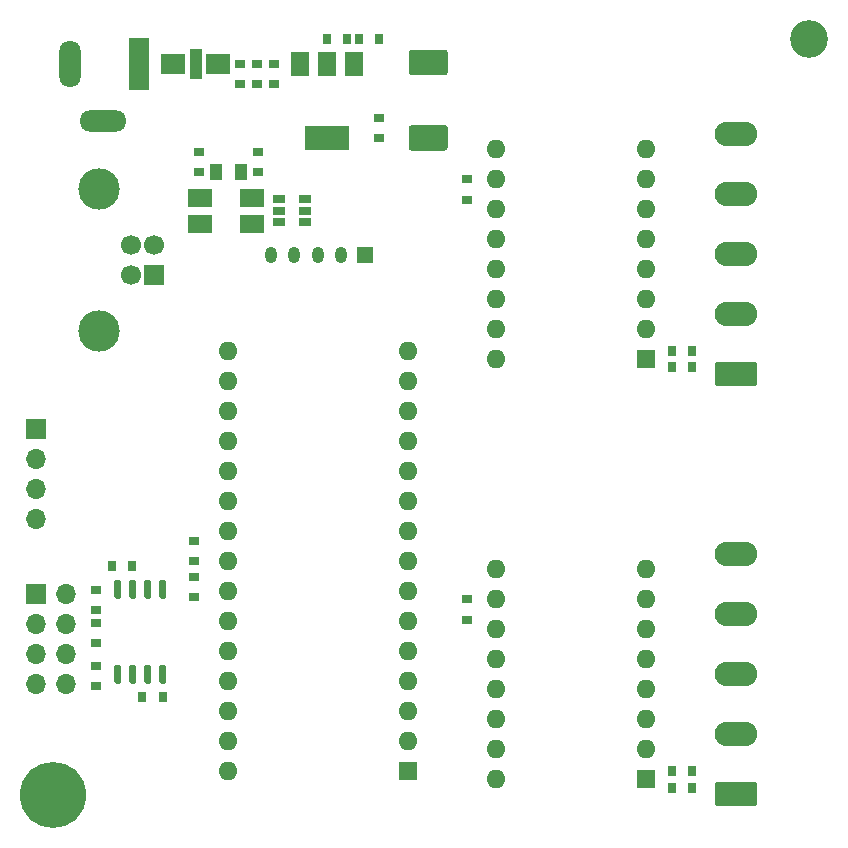
<source format=gbr>
%TF.GenerationSoftware,KiCad,Pcbnew,(5.1.10)-1*%
%TF.CreationDate,2021-10-11T18:25:39+02:00*%
%TF.ProjectId,KSIrotator,4b534972-6f74-4617-946f-722e6b696361,rev?*%
%TF.SameCoordinates,PX8f0d180PY5f5e100*%
%TF.FileFunction,Soldermask,Top*%
%TF.FilePolarity,Negative*%
%FSLAX46Y46*%
G04 Gerber Fmt 4.6, Leading zero omitted, Abs format (unit mm)*
G04 Created by KiCad (PCBNEW (5.1.10)-1) date 2021-10-11 18:25:39*
%MOMM*%
%LPD*%
G01*
G04 APERTURE LIST*
%ADD10C,3.200000*%
%ADD11C,5.600000*%
%ADD12O,1.700000X1.700000*%
%ADD13R,1.700000X1.700000*%
%ADD14R,0.800000X0.900000*%
%ADD15R,0.900000X0.800000*%
%ADD16O,1.000000X1.400000*%
%ADD17R,1.350000X1.350000*%
%ADD18R,1.000000X1.350000*%
%ADD19R,1.800000X4.400000*%
%ADD20O,1.800000X4.000000*%
%ADD21O,4.000000X1.800000*%
%ADD22O,3.600000X2.080000*%
%ADD23R,2.000000X1.550000*%
%ADD24R,1.500000X2.000000*%
%ADD25R,3.800000X2.000000*%
%ADD26R,2.000000X1.800000*%
%ADD27R,1.000000X2.500000*%
%ADD28C,3.500000*%
%ADD29C,1.700000*%
%ADD30R,1.060000X0.650000*%
%ADD31R,1.600000X1.600000*%
%ADD32O,1.600000X1.600000*%
G04 APERTURE END LIST*
D10*
%TO.C,H2*%
X32000000Y32000000D03*
%TD*%
D11*
%TO.C,H1*%
X-32000000Y-32000000D03*
%TD*%
D12*
%TO.C,J3*%
X-30960000Y-22620000D03*
X-33500000Y-22620000D03*
X-30960000Y-20080000D03*
X-33500000Y-20080000D03*
X-30960000Y-17540000D03*
X-33500000Y-17540000D03*
X-30960000Y-15000000D03*
D13*
X-33500000Y-15000000D03*
%TD*%
%TO.C,U3*%
G36*
G01*
X-22895000Y-21000000D02*
X-22595000Y-21000000D01*
G75*
G02*
X-22445000Y-21150000I0J-150000D01*
G01*
X-22445000Y-22450000D01*
G75*
G02*
X-22595000Y-22600000I-150000J0D01*
G01*
X-22895000Y-22600000D01*
G75*
G02*
X-23045000Y-22450000I0J150000D01*
G01*
X-23045000Y-21150000D01*
G75*
G02*
X-22895000Y-21000000I150000J0D01*
G01*
G37*
G36*
G01*
X-24165000Y-21000000D02*
X-23865000Y-21000000D01*
G75*
G02*
X-23715000Y-21150000I0J-150000D01*
G01*
X-23715000Y-22450000D01*
G75*
G02*
X-23865000Y-22600000I-150000J0D01*
G01*
X-24165000Y-22600000D01*
G75*
G02*
X-24315000Y-22450000I0J150000D01*
G01*
X-24315000Y-21150000D01*
G75*
G02*
X-24165000Y-21000000I150000J0D01*
G01*
G37*
G36*
G01*
X-25435000Y-21000000D02*
X-25135000Y-21000000D01*
G75*
G02*
X-24985000Y-21150000I0J-150000D01*
G01*
X-24985000Y-22450000D01*
G75*
G02*
X-25135000Y-22600000I-150000J0D01*
G01*
X-25435000Y-22600000D01*
G75*
G02*
X-25585000Y-22450000I0J150000D01*
G01*
X-25585000Y-21150000D01*
G75*
G02*
X-25435000Y-21000000I150000J0D01*
G01*
G37*
G36*
G01*
X-26705000Y-21000000D02*
X-26405000Y-21000000D01*
G75*
G02*
X-26255000Y-21150000I0J-150000D01*
G01*
X-26255000Y-22450000D01*
G75*
G02*
X-26405000Y-22600000I-150000J0D01*
G01*
X-26705000Y-22600000D01*
G75*
G02*
X-26855000Y-22450000I0J150000D01*
G01*
X-26855000Y-21150000D01*
G75*
G02*
X-26705000Y-21000000I150000J0D01*
G01*
G37*
G36*
G01*
X-26705000Y-13800000D02*
X-26405000Y-13800000D01*
G75*
G02*
X-26255000Y-13950000I0J-150000D01*
G01*
X-26255000Y-15250000D01*
G75*
G02*
X-26405000Y-15400000I-150000J0D01*
G01*
X-26705000Y-15400000D01*
G75*
G02*
X-26855000Y-15250000I0J150000D01*
G01*
X-26855000Y-13950000D01*
G75*
G02*
X-26705000Y-13800000I150000J0D01*
G01*
G37*
G36*
G01*
X-25435000Y-13800000D02*
X-25135000Y-13800000D01*
G75*
G02*
X-24985000Y-13950000I0J-150000D01*
G01*
X-24985000Y-15250000D01*
G75*
G02*
X-25135000Y-15400000I-150000J0D01*
G01*
X-25435000Y-15400000D01*
G75*
G02*
X-25585000Y-15250000I0J150000D01*
G01*
X-25585000Y-13950000D01*
G75*
G02*
X-25435000Y-13800000I150000J0D01*
G01*
G37*
G36*
G01*
X-24165000Y-13800000D02*
X-23865000Y-13800000D01*
G75*
G02*
X-23715000Y-13950000I0J-150000D01*
G01*
X-23715000Y-15250000D01*
G75*
G02*
X-23865000Y-15400000I-150000J0D01*
G01*
X-24165000Y-15400000D01*
G75*
G02*
X-24315000Y-15250000I0J150000D01*
G01*
X-24315000Y-13950000D01*
G75*
G02*
X-24165000Y-13800000I150000J0D01*
G01*
G37*
G36*
G01*
X-22895000Y-13800000D02*
X-22595000Y-13800000D01*
G75*
G02*
X-22445000Y-13950000I0J-150000D01*
G01*
X-22445000Y-15250000D01*
G75*
G02*
X-22595000Y-15400000I-150000J0D01*
G01*
X-22895000Y-15400000D01*
G75*
G02*
X-23045000Y-15250000I0J150000D01*
G01*
X-23045000Y-13950000D01*
G75*
G02*
X-22895000Y-13800000I150000J0D01*
G01*
G37*
%TD*%
D14*
%TO.C,R6*%
X-22750000Y-23700000D03*
X-24450000Y-23700000D03*
%TD*%
D15*
%TO.C,R5*%
X-28400000Y-19150000D03*
X-28400000Y-17450000D03*
%TD*%
%TO.C,R4*%
X-28400000Y-21100000D03*
X-28400000Y-22800000D03*
%TD*%
%TO.C,R3*%
X-28400000Y-14700000D03*
X-28400000Y-16400000D03*
%TD*%
%TO.C,R2*%
X-20100000Y-13550000D03*
X-20100000Y-15250000D03*
%TD*%
%TO.C,R1*%
X-20100000Y-10550000D03*
X-20100000Y-12250000D03*
%TD*%
D14*
%TO.C,C8*%
X-27000000Y-12600000D03*
X-25300000Y-12600000D03*
%TD*%
D12*
%TO.C,J2*%
X-33500000Y-8620000D03*
X-33500000Y-6080000D03*
X-33500000Y-3540000D03*
D13*
X-33500000Y-1000000D03*
%TD*%
D16*
%TO.C,J5*%
X-13600000Y13700000D03*
X-11600000Y13700000D03*
X-9600000Y13700000D03*
X-7600000Y13700000D03*
D17*
X-5600000Y13700000D03*
%TD*%
D14*
%TO.C,R8*%
X-6100000Y31950000D03*
X-4400000Y31950000D03*
%TD*%
%TO.C,R7*%
X-8850000Y31950000D03*
X-7150000Y31950000D03*
%TD*%
D15*
%TO.C,R10*%
X3000000Y-17169000D03*
X3000000Y-15469000D03*
%TD*%
%TO.C,R9*%
X3000000Y18391000D03*
X3000000Y20091000D03*
%TD*%
%TO.C,C4*%
X-14750000Y28200000D03*
X-14750000Y29900000D03*
%TD*%
%TO.C,C3*%
X-16200000Y28200000D03*
X-16200000Y29900000D03*
%TD*%
%TO.C,C6*%
X-4400000Y25300000D03*
X-4400000Y23600000D03*
%TD*%
%TO.C,C5*%
X-13350000Y28200000D03*
X-13350000Y29900000D03*
%TD*%
%TO.C,C2*%
X-14650000Y22450000D03*
X-14650000Y20750000D03*
%TD*%
%TO.C,C1*%
X-19700000Y20750000D03*
X-19700000Y22450000D03*
%TD*%
D14*
%TO.C,C15*%
X22050000Y-30000000D03*
X20350000Y-30000000D03*
%TD*%
%TO.C,C14*%
X22050000Y-31400000D03*
X20350000Y-31400000D03*
%TD*%
%TO.C,C10*%
X22050000Y5600000D03*
X20350000Y5600000D03*
%TD*%
%TO.C,C9*%
X22050000Y4200000D03*
X20350000Y4200000D03*
%TD*%
D18*
%TO.C,L1*%
X-18208000Y20752000D03*
X-16108000Y20752000D03*
%TD*%
D19*
%TO.C,J4*%
X-24772000Y29850000D03*
D20*
X-30572000Y29850000D03*
D21*
X-27772000Y25050000D03*
%TD*%
%TO.C,C7*%
G36*
G01*
X1149999Y28900000D02*
X-1649999Y28900000D01*
G75*
G02*
X-1900000Y29150001I0J250001D01*
G01*
X-1900000Y30824999D01*
G75*
G02*
X-1649999Y31075000I250001J0D01*
G01*
X1149999Y31075000D01*
G75*
G02*
X1400000Y30824999I0J-250001D01*
G01*
X1400000Y29150001D01*
G75*
G02*
X1149999Y28900000I-250001J0D01*
G01*
G37*
G36*
G01*
X1149999Y22525000D02*
X-1649999Y22525000D01*
G75*
G02*
X-1900000Y22775001I0J250001D01*
G01*
X-1900000Y24449999D01*
G75*
G02*
X-1649999Y24700000I250001J0D01*
G01*
X1149999Y24700000D01*
G75*
G02*
X1400000Y24449999I0J-250001D01*
G01*
X1400000Y22775001D01*
G75*
G02*
X1149999Y22525000I-250001J0D01*
G01*
G37*
%TD*%
%TO.C,J7*%
G36*
G01*
X27350001Y-32980000D02*
X24249999Y-32980000D01*
G75*
G02*
X24000000Y-32730001I0J249999D01*
G01*
X24000000Y-31149999D01*
G75*
G02*
X24249999Y-30900000I249999J0D01*
G01*
X27350001Y-30900000D01*
G75*
G02*
X27600000Y-31149999I0J-249999D01*
G01*
X27600000Y-32730001D01*
G75*
G02*
X27350001Y-32980000I-249999J0D01*
G01*
G37*
D22*
X25800000Y-26860000D03*
X25800000Y-21780000D03*
X25800000Y-16700000D03*
X25800000Y-11620000D03*
%TD*%
%TO.C,J6*%
G36*
G01*
X27350001Y2580000D02*
X24249999Y2580000D01*
G75*
G02*
X24000000Y2829999I0J249999D01*
G01*
X24000000Y4410001D01*
G75*
G02*
X24249999Y4660000I249999J0D01*
G01*
X27350001Y4660000D01*
G75*
G02*
X27600000Y4410001I0J-249999D01*
G01*
X27600000Y2829999D01*
G75*
G02*
X27350001Y2580000I-249999J0D01*
G01*
G37*
X25800000Y8700000D03*
X25800000Y13780000D03*
X25800000Y18860000D03*
X25800000Y23940000D03*
%TD*%
D23*
%TO.C,FL1*%
X-15156000Y18563000D03*
X-15156000Y16313000D03*
X-19556000Y18563000D03*
X-19556000Y16313000D03*
%TD*%
D24*
%TO.C,U2*%
X-6550000Y29900000D03*
X-11150000Y29900000D03*
X-8850000Y29900000D03*
D25*
X-8850000Y23600000D03*
%TD*%
D26*
%TO.C,FL2*%
X-18050000Y29900000D03*
D27*
X-19950000Y29900000D03*
D26*
X-21850000Y29900000D03*
%TD*%
D28*
%TO.C,J1*%
X-28142000Y19308000D03*
X-28142000Y7268000D03*
D29*
X-25432000Y12038000D03*
X-25432000Y14538000D03*
X-23432000Y14538000D03*
D13*
X-23432000Y12038000D03*
%TD*%
D30*
%TO.C,U1*%
X-10724000Y17450000D03*
X-10724000Y18400000D03*
X-10724000Y16500000D03*
X-12924000Y16500000D03*
X-12924000Y17450000D03*
X-12924000Y18400000D03*
%TD*%
D31*
%TO.C,A3*%
X18180000Y-30670000D03*
D32*
X5480000Y-12890000D03*
X18180000Y-28130000D03*
X5480000Y-15430000D03*
X18180000Y-25590000D03*
X5480000Y-17970000D03*
X18180000Y-23050000D03*
X5480000Y-20510000D03*
X18180000Y-20510000D03*
X5480000Y-23050000D03*
X18180000Y-17970000D03*
X5480000Y-25590000D03*
X18180000Y-15430000D03*
X5480000Y-28130000D03*
X18180000Y-12890000D03*
X5480000Y-30670000D03*
%TD*%
D31*
%TO.C,A2*%
X18180000Y4890000D03*
D32*
X5480000Y22670000D03*
X18180000Y7430000D03*
X5480000Y20130000D03*
X18180000Y9970000D03*
X5480000Y17590000D03*
X18180000Y12510000D03*
X5480000Y15050000D03*
X18180000Y15050000D03*
X5480000Y12510000D03*
X18180000Y17590000D03*
X5480000Y9970000D03*
X18180000Y20130000D03*
X5480000Y7430000D03*
X18180000Y22670000D03*
X5480000Y4890000D03*
%TD*%
%TO.C,A1*%
X-17240000Y5560000D03*
X-2000000Y5560000D03*
X-17240000Y-30000000D03*
X-2000000Y3020000D03*
X-17240000Y-27460000D03*
X-2000000Y480000D03*
X-17240000Y-24920000D03*
X-2000000Y-2060000D03*
X-17240000Y-22380000D03*
X-2000000Y-4600000D03*
X-17240000Y-19840000D03*
X-2000000Y-7140000D03*
X-17240000Y-17300000D03*
X-2000000Y-9680000D03*
X-17240000Y-14760000D03*
X-2000000Y-12220000D03*
X-17240000Y-12220000D03*
X-2000000Y-14760000D03*
X-17240000Y-9680000D03*
X-2000000Y-17300000D03*
X-17240000Y-7140000D03*
X-2000000Y-19840000D03*
X-17240000Y-4600000D03*
X-2000000Y-22380000D03*
X-17240000Y-2060000D03*
X-2000000Y-24920000D03*
X-17240000Y480000D03*
X-2000000Y-27460000D03*
X-17240000Y3020000D03*
D31*
X-2000000Y-30000000D03*
%TD*%
M02*

</source>
